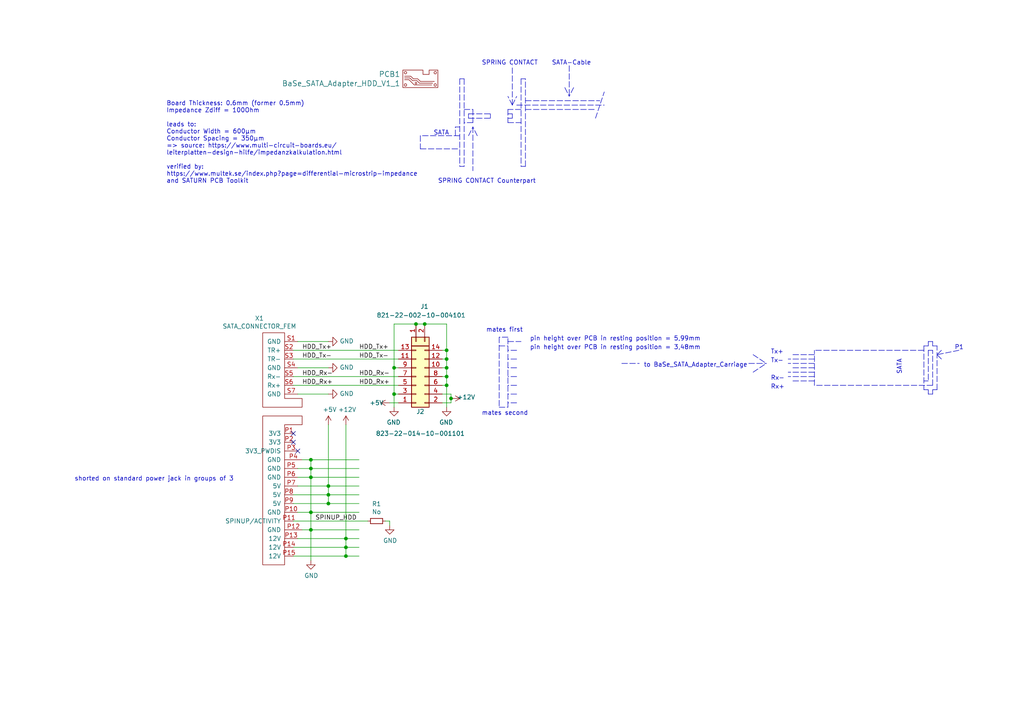
<source format=kicad_sch>
(kicad_sch (version 20211123) (generator eeschema)
  (paper "A4")
  (title_block (title "BaSe_SATA_Adapter_HDD_V1_1") (rev "rev1") (company "Gras7 Labs") (comment 1 "Adapts a standard SATA+Power Connector to the Spring Contacts Counterpart"))
  (lib_symbols
    (symbol "Connector_Generic:Conn_01x02" (pin_names (offset 1.016) hide)
      (property "Reference" "J" (at 0 2.54 0))
      (property "Value" "Conn_01x02" (at 0 -5.08 0))
      (symbol "Conn_01x02_1_1"
        (rectangle (start -1.27 -2.413) (end 0 -2.667) (stroke (width 0.1524)))
        (rectangle (start -1.27 0.127) (end 0 -0.127) (stroke (width 0.1524)))
        (rectangle (start -1.27 1.27) (end 1.27 -3.81) (stroke (width 0.254)) (fill (type background)))
        (pin passive line (at -5.08 0 0) (length 3.81) (name "Pin_1") (number "1"))
        (pin passive line (at -5.08 -2.54 0) (length 3.81) (name "Pin_2") (number "2"))
      )
    )
    (symbol "Connector_Generic:Conn_02x07_Odd_Even" (pin_names (offset 1.016) hide)
      (property "Reference" "J" (at 1.27 10.16 0))
      (property "Value" "Conn_02x07_Odd_Even" (at 1.27 -10.16 0))
      (symbol "Conn_02x07_Odd_Even_1_1"
        (rectangle (start -1.27 -7.493) (end 0 -7.747) (stroke (width 0.1524)))
        (rectangle (start -1.27 -4.953) (end 0 -5.207) (stroke (width 0.1524)))
        (rectangle (start -1.27 -2.413) (end 0 -2.667) (stroke (width 0.1524)))
        (rectangle (start -1.27 0.127) (end 0 -0.127) (stroke (width 0.1524)))
        (rectangle (start -1.27 2.667) (end 0 2.413) (stroke (width 0.1524)))
        (rectangle (start -1.27 5.207) (end 0 4.953) (stroke (width 0.1524)))
        (rectangle (start -1.27 7.747) (end 0 7.493) (stroke (width 0.1524)))
        (rectangle (start -1.27 8.89) (end 3.81 -8.89) (stroke (width 0.254)) (fill (type background)))
        (rectangle (start 3.81 -7.493) (end 2.54 -7.747) (stroke (width 0.1524)))
        (rectangle (start 3.81 -4.953) (end 2.54 -5.207) (stroke (width 0.1524)))
        (rectangle (start 3.81 -2.413) (end 2.54 -2.667) (stroke (width 0.1524)))
        (rectangle (start 3.81 0.127) (end 2.54 -0.127) (stroke (width 0.1524)))
        (rectangle (start 3.81 2.667) (end 2.54 2.413) (stroke (width 0.1524)))
        (rectangle (start 3.81 5.207) (end 2.54 4.953) (stroke (width 0.1524)))
        (rectangle (start 3.81 7.747) (end 2.54 7.493) (stroke (width 0.1524)))
        (pin passive line (at -5.08 7.62 0) (length 3.81) (name "Pin_1") (number "1"))
        (pin passive line (at 7.62 -2.54 180) (length 3.81) (name "Pin_10") (number "10"))
        (pin passive line (at -5.08 -5.08 0) (length 3.81) (name "Pin_11") (number "11"))
        (pin passive line (at 7.62 -5.08 180) (length 3.81) (name "Pin_12") (number "12"))
        (pin passive line (at -5.08 -7.62 0) (length 3.81) (name "Pin_13") (number "13"))
        (pin passive line (at 7.62 -7.62 180) (length 3.81) (name "Pin_14") (number "14"))
        (pin passive line (at 7.62 7.62 180) (length 3.81) (name "Pin_2") (number "2"))
        (pin passive line (at -5.08 5.08 0) (length 3.81) (name "Pin_3") (number "3"))
        (pin passive line (at 7.62 5.08 180) (length 3.81) (name "Pin_4") (number "4"))
        (pin passive line (at -5.08 2.54 0) (length 3.81) (name "Pin_5") (number "5"))
        (pin passive line (at 7.62 2.54 180) (length 3.81) (name "Pin_6") (number "6"))
        (pin passive line (at -5.08 0 0) (length 3.81) (name "Pin_7") (number "7"))
        (pin passive line (at 7.62 0 180) (length 3.81) (name "Pin_8") (number "8"))
        (pin passive line (at -5.08 -2.54 0) (length 3.81) (name "Pin_9") (number "9"))
      )
    )
    (symbol "Device:R_Small" (pin_numbers hide) (pin_names (offset 0.254) hide)
      (property "Reference" "R" (at 0.762 0.508 0))
      (property "Value" "R_Small" (at 0.762 -1.016 0))
      (symbol "R_Small_0_1"
        (rectangle (start -0.762 1.778) (end 0.762 -1.778) (stroke (width 0.2032)))
      )
      (symbol "R_Small_1_1"
        (pin passive line (at 0 2.54 270) (length 0.762) (name "~") (number "1"))
        (pin passive line (at 0 -2.54 90) (length 0.762) (name "~") (number "2"))
      )
    )
    (symbol "g7_custom:SATA_CONNECTOR_FEM" (pin_names (offset 1.016))
      (property "Reference" "X" (at -1.27 57.15 0))
      (property "Value" "SATA_CONNECTOR_FEM" (at -2.54 -12.7 0))
      (symbol "SATA_CONNECTOR_FEM_0_1"
        (polyline (pts (xy -5.08 29.21) (xy 0 29.21) (xy 0 -11.43) (xy 6.35 -11.43) (xy 6.35 31.75) (xy -5.08 31.75) (xy -5.08 29.21)))
        (polyline (pts (xy 0 54.61) (xy 0 36.83) (xy -5.08 36.83) (xy -5.08 34.29) (xy 6.35 34.29) (xy 6.35 55.88) (xy 0 55.88) (xy 0 54.61)))
      )
      (symbol "SATA_CONNECTOR_FEM_1_1"
        (pin power_in line (at -2.54 26.67 0) (length 2.54) (name "3V3") (number "P1"))
        (pin power_in line (at -3.81 3.81 0) (length 3.81) (name "GND") (number "P10"))
        (pin bidirectional line (at -2.54 1.27 0) (length 2.54) (name "SPINUP/ACTIVITY") (number "P11"))
        (pin power_in line (at -5.08 -1.27 0) (length 5.08) (name "GND") (number "P12"))
        (pin power_in line (at -3.81 -3.81 0) (length 3.81) (name "12V") (number "P13"))
        (pin power_in line (at -2.54 -6.35 0) (length 2.54) (name "12V") (number "P14"))
        (pin power_in line (at -2.54 -8.89 0) (length 2.54) (name "12V") (number "P15"))
        (pin power_in line (at -2.54 24.13 0) (length 2.54) (name "3V3") (number "P2"))
        (pin power_in line (at -3.81 21.59 0) (length 3.81) (name "3V3_PWDIS") (number "P3"))
        (pin power_in line (at -5.08 19.05 0) (length 5.08) (name "GND") (number "P4"))
        (pin power_in line (at -3.81 16.51 0) (length 3.81) (name "GND") (number "P5"))
        (pin power_in line (at -3.81 13.97 0) (length 3.81) (name "GND") (number "P6"))
        (pin power_in line (at -3.81 11.43 0) (length 3.81) (name "5V") (number "P7"))
        (pin power_in line (at -2.54 8.89 0) (length 2.54) (name "5V") (number "P8"))
        (pin power_in line (at -2.54 6.35 0) (length 2.54) (name "5V") (number "P9"))
        (pin power_in line (at -3.81 53.34 0) (length 3.81) (name "GND") (number "S1"))
        (pin output line (at -2.54 50.8 0) (length 2.54) (name "TR+") (number "S2"))
        (pin output line (at -2.54 48.26 0) (length 2.54) (name "TR-") (number "S3"))
        (pin power_in line (at -3.81 45.72 0) (length 3.81) (name "GND") (number "S4"))
        (pin output line (at -2.54 43.18 0) (length 2.54) (name "Rx-") (number "S5"))
        (pin output line (at -2.54 40.64 0) (length 2.54) (name "Rx+") (number "S6"))
        (pin power_in line (at -3.81 38.1 0) (length 3.81) (name "GND") (number "S7"))
      )
    )
    (symbol "g7_labels:PCB" (pin_names (offset 1.016))
      (property "Reference" "PCB" (at 0 3.81 0))
      (property "Value" "PCB" (at 0 -3.81 0))
      (symbol "PCB_0_1"
        (circle (center -4.318 1.778) (radius 0.3556))
        (polyline (pts (xy 4.572 -0.254) (xy 3.302 -0.254) (xy 1.778 -1.778) (xy -3.302 -1.778)))
        (polyline (pts (xy -3.556 -1.27) (xy 0.254 -1.27) (xy 1.016 -0.508) (xy 2.286 -0.508) (xy 3.048 0.254) (xy 4.572 0.254)))
        (polyline (pts (xy -4.064 -0.762) (xy -0.508 -0.762) (xy 0 -0.762) (xy 0.762 0) (xy 2.032 0) (xy 2.794 0.762) (xy 4.572 0.762)))
        (polyline (pts (xy -5.08 2.54) (xy -2.54 2.54) (xy -2.54 1.27) (xy -0.762 1.27) (xy -0.762 2.54) (xy 5.08 2.54) (xy 5.08 -2.54) (xy -5.08 -2.54) (xy -5.08 2.54)))
        (circle (center 1.27 -1.27) (radius 0.254))
        (circle (center 4.318 -1.778) (radius 0.3556))
      )
      (symbol "PCB_1_1"
        (circle (center -4.318 -1.778) (radius 0.3556))
        (circle (center 4.318 1.778) (radius 0.3556))
      )
    )
    (symbol "power:+12V" (power) (pin_names (offset 0))
      (property "Value" "+12V" (at 0 3.556 0))
      (symbol "+12V_0_1"
        (polyline (pts (xy -0.762 1.27) (xy 0 2.54)))
        (polyline (pts (xy 0 0) (xy 0 2.54)))
        (polyline (pts (xy 0 2.54) (xy 0.762 1.27)))
      )
      (symbol "+12V_1_1"
        (pin power_in line (at 0 0 90) (length 0) hide (name "+12V") (number "1"))
      )
    )
    (symbol "power:+5V" (power) (pin_names (offset 0))
      (property "Value" "+5V" (at 0 3.556 0))
      (symbol "+5V_0_1"
        (polyline (pts (xy -0.762 1.27) (xy 0 2.54)))
        (polyline (pts (xy 0 0) (xy 0 2.54)))
        (polyline (pts (xy 0 2.54) (xy 0.762 1.27)))
      )
      (symbol "+5V_1_1"
        (pin power_in line (at 0 0 90) (length 0) hide (name "+5V") (number "1"))
      )
    )
    (symbol "power:GND" (power) (pin_names (offset 0))
      (property "Value" "GND" (at 0 -3.81 0))
      (symbol "GND_0_1"
        (polyline (pts (xy 0 0) (xy 0 -1.27) (xy 1.27 -1.27) (xy 0 -2.54) (xy -1.27 -1.27) (xy 0 -1.27)))
      )
      (symbol "GND_1_1"
        (pin power_in line (at 0 0 270) (length 0) hide (name "GND") (number "1"))
      )
    )
  )
  (junction (at 130.81 115.57))
  (junction (at 90.17 135.89))
  (junction (at 90.17 138.43))
  (junction (at 129.54 109.22))
  (junction (at 90.17 153.67))
  (junction (at 129.54 101.6))
  (junction (at 95.25 146.05))
  (junction (at 100.33 161.29))
  (junction (at 129.54 106.68))
  (junction (at 129.54 104.14))
  (junction (at 123.19 93.98))
  (junction (at 100.33 156.21))
  (junction (at 120.65 93.98))
  (junction (at 114.3 106.68))
  (junction (at 90.17 148.59))
  (junction (at 114.3 114.3))
  (junction (at 90.17 133.35))
  (junction (at 95.25 143.51))
  (junction (at 100.33 158.75))
  (junction (at 95.25 140.97))
  (junction (at 129.54 111.76))
  (no_connect (at 86.36 130.81))
  (no_connect (at 85.09 125.73))
  (no_connect (at 85.09 128.27))
  (wire (pts (xy 114.3 114.3) (xy 114.3 106.68)))
  (polyline (pts (xy 151.13 22.86) (xy 151.13 48.26)))
  (polyline (pts (xy 270.51 99.06) (xy 269.24 99.06)))
  (polyline (pts (xy 236.22 102.87) (xy 229.87 102.87)))
  (polyline (pts (xy 149.86 101.6) (xy 147.32 101.6)))
  (wire (pts (xy 104.14 153.67) (xy 90.17 153.67)))
  (polyline (pts (xy 135.89 39.37) (xy 137.16 36.83)))
  (polyline (pts (xy 132.08 39.37) (xy 132.08 36.83)))
  (polyline (pts (xy 269.24 100.33) (xy 267.97 100.33)))
  (polyline (pts (xy 134.62 22.86) (xy 133.35 22.86)))
  (wire (pts (xy 90.17 138.43) (xy 90.17 148.59)))
  (polyline (pts (xy 269.24 114.3) (xy 270.51 114.3)))
  (wire (pts (xy 86.36 138.43) (xy 90.17 138.43)))
  (wire (pts (xy 113.03 151.13) (xy 113.03 152.4)))
  (polyline (pts (xy 132.08 36.83) (xy 133.35 36.83)))
  (polyline (pts (xy 135.89 34.29) (xy 135.89 33.02)))
  (wire (pts (xy 130.81 115.57) (xy 130.81 116.84)))
  (wire (pts (xy 128.27 104.14) (xy 129.54 104.14)))
  (wire (pts (xy 100.33 158.75) (xy 100.33 161.29)))
  (polyline (pts (xy 149.86 114.3) (xy 147.32 114.3)))
  (polyline (pts (xy 172.72 34.29) (xy 175.26 26.67)))
  (polyline (pts (xy 269.24 99.06) (xy 269.24 100.33)))
  (wire (pts (xy 115.57 114.3) (xy 114.3 114.3)))
  (wire (pts (xy 128.27 109.22) (xy 129.54 109.22)))
  (polyline (pts (xy 152.4 31.75) (xy 172.72 31.75)))
  (polyline (pts (xy 152.4 48.26) (xy 152.4 22.86)))
  (wire (pts (xy 86.36 106.68) (xy 95.25 106.68)))
  (wire (pts (xy 128.27 106.68) (xy 129.54 106.68)))
  (wire (pts (xy 100.33 156.21) (xy 100.33 158.75)))
  (wire (pts (xy 104.14 156.21) (xy 100.33 156.21)))
  (polyline (pts (xy 149.86 106.68) (xy 147.32 106.68)))
  (polyline (pts (xy 148.59 33.02) (xy 148.59 34.29)))
  (polyline (pts (xy 267.97 113.03) (xy 269.24 113.03)))
  (wire (pts (xy 114.3 93.98) (xy 114.3 106.68)))
  (wire (pts (xy 129.54 104.14) (xy 129.54 101.6)))
  (wire (pts (xy 85.09 158.75) (xy 100.33 158.75)))
  (polyline (pts (xy 137.16 36.83) (xy 137.16 49.53)))
  (wire (pts (xy 90.17 135.89) (xy 104.14 135.89)))
  (wire (pts (xy 129.54 109.22) (xy 129.54 106.68)))
  (wire (pts (xy 95.25 146.05) (xy 85.09 146.05)))
  (polyline (pts (xy 144.78 100.33) (xy 147.32 100.33)))
  (wire (pts (xy 100.33 123.19) (xy 100.33 156.21)))
  (polyline (pts (xy 133.35 22.86) (xy 133.35 48.26)))
  (polyline (pts (xy 151.13 31.75) (xy 147.32 31.75)))
  (polyline (pts (xy 236.22 110.49) (xy 229.87 110.49)))
  (wire (pts (xy 100.33 156.21) (xy 86.36 156.21)))
  (wire (pts (xy 113.03 116.84) (xy 115.57 116.84)))
  (polyline (pts (xy 147.32 33.02) (xy 148.59 33.02)))
  (polyline (pts (xy 273.05 101.6) (xy 271.78 102.87)))
  (polyline (pts (xy 147.32 118.11) (xy 147.32 97.79)))
  (wire (pts (xy 104.14 143.51) (xy 95.25 143.51)))
  (polyline (pts (xy 270.51 111.76) (xy 270.51 101.6)))
  (polyline (pts (xy 149.86 116.84) (xy 147.32 116.84)))
  (wire (pts (xy 128.27 111.76) (xy 129.54 111.76)))
  (wire (pts (xy 129.54 93.98) (xy 123.19 93.98)))
  (wire (pts (xy 95.25 99.06) (xy 86.36 99.06)))
  (polyline (pts (xy 148.59 30.48) (xy 148.59 19.05)))
  (polyline (pts (xy 144.78 118.11) (xy 147.32 118.11)))
  (polyline (pts (xy 135.89 33.02) (xy 142.24 33.02)))
  (wire (pts (xy 90.17 135.89) (xy 90.17 138.43)))
  (polyline (pts (xy 267.97 100.33) (xy 267.97 113.03)))
  (wire (pts (xy 95.25 143.51) (xy 95.25 140.97)))
  (wire (pts (xy 129.54 101.6) (xy 128.27 101.6)))
  (polyline (pts (xy 148.59 30.48) (xy 149.86 27.94)))
  (polyline (pts (xy 236.22 106.68) (xy 229.87 106.68)))
  (wire (pts (xy 128.27 114.3) (xy 130.81 114.3)))
  (polyline (pts (xy 121.92 43.18) (xy 133.35 43.18)))
  (polyline (pts (xy 236.22 104.14) (xy 228.6 104.14)))
  (polyline (pts (xy 134.62 22.86) (xy 134.62 48.26)))
  (wire (pts (xy 85.09 111.76) (xy 115.57 111.76)))
  (wire (pts (xy 95.25 140.97) (xy 95.25 123.19)))
  (wire (pts (xy 100.33 161.29) (xy 104.14 161.29)))
  (polyline (pts (xy 236.22 109.22) (xy 228.6 109.22)))
  (wire (pts (xy 111.76 151.13) (xy 113.03 151.13)))
  (wire (pts (xy 86.36 114.3) (xy 95.25 114.3)))
  (polyline (pts (xy 218.44 102.87) (xy 222.25 105.41)))
  (wire (pts (xy 85.09 104.14) (xy 115.57 104.14)))
  (wire (pts (xy 120.65 93.98) (xy 123.19 93.98)))
  (polyline (pts (xy 121.92 39.37) (xy 121.92 43.18)))
  (wire (pts (xy 86.36 135.89) (xy 90.17 135.89)))
  (wire (pts (xy 90.17 133.35) (xy 90.17 135.89)))
  (polyline (pts (xy 270.51 113.03) (xy 271.78 113.03)))
  (polyline (pts (xy 218.44 107.95) (xy 222.25 105.41)))
  (polyline (pts (xy 149.86 104.14) (xy 147.32 104.14)))
  (wire (pts (xy 85.09 109.22) (xy 115.57 109.22)))
  (polyline (pts (xy 166.37 25.4) (xy 165.1 27.94)))
  (wire (pts (xy 129.54 111.76) (xy 129.54 109.22)))
  (polyline (pts (xy 270.51 100.33) (xy 270.51 99.06)))
  (polyline (pts (xy 270.51 111.76) (xy 236.22 111.76)))
  (polyline (pts (xy 137.16 35.56) (xy 134.62 35.56)))
  (polyline (pts (xy 152.4 22.86) (xy 151.13 22.86)))
  (wire (pts (xy 90.17 153.67) (xy 90.17 162.56)))
  (polyline (pts (xy 144.78 97.79) (xy 144.78 118.11)))
  (polyline (pts (xy 147.32 35.56) (xy 151.13 35.56)))
  (polyline (pts (xy 217.17 105.41) (xy 222.25 105.41)))
  (wire (pts (xy 90.17 153.67) (xy 87.63 153.67)))
  (polyline (pts (xy 236.22 111.76) (xy 236.22 101.6)))
  (wire (pts (xy 90.17 138.43) (xy 104.14 138.43)))
  (polyline (pts (xy 147.32 99.06) (xy 151.13 99.06)))
  (polyline (pts (xy 269.24 101.6) (xy 269.24 110.49)))
  (polyline (pts (xy 151.13 48.26) (xy 152.4 48.26)))
  (polyline (pts (xy 269.24 113.03) (xy 269.24 114.3)))
  (wire (pts (xy 90.17 148.59) (xy 104.14 148.59)))
  (wire (pts (xy 129.54 93.98) (xy 129.54 101.6)))
  (polyline (pts (xy 147.32 31.75) (xy 147.32 35.56)))
  (wire (pts (xy 130.81 116.84) (xy 128.27 116.84)))
  (wire (pts (xy 95.25 146.05) (xy 95.25 143.51)))
  (wire (pts (xy 87.63 133.35) (xy 90.17 133.35)))
  (wire (pts (xy 85.09 151.13) (xy 106.68 151.13)))
  (polyline (pts (xy 267.97 101.6) (xy 236.22 101.6)))
  (wire (pts (xy 129.54 111.76) (xy 129.54 118.11)))
  (polyline (pts (xy 148.59 34.29) (xy 147.32 34.29)))
  (polyline (pts (xy 163.83 25.4) (xy 165.1 27.94)))
  (polyline (pts (xy 271.78 100.33) (xy 270.51 100.33)))
  (polyline (pts (xy 137.16 31.75) (xy 137.16 35.56)))
  (polyline (pts (xy 149.86 30.48) (xy 175.26 30.48)))
  (polyline (pts (xy 273.05 104.14) (xy 271.78 102.87)))
  (polyline (pts (xy 135.89 34.29) (xy 142.24 34.29)))
  (polyline (pts (xy 180.34 105.41) (xy 185.42 105.41)))
  (polyline (pts (xy 142.24 33.02) (xy 142.24 34.29)))
  (polyline (pts (xy 152.4 29.21) (xy 173.99 29.21)))
  (polyline (pts (xy 270.51 101.6) (xy 269.24 101.6)))
  (polyline (pts (xy 147.32 97.79) (xy 144.78 97.79)))
  (wire (pts (xy 85.09 101.6) (xy 115.57 101.6)))
  (wire (pts (xy 129.54 106.68) (xy 129.54 104.14)))
  (wire (pts (xy 90.17 148.59) (xy 90.17 153.67)))
  (polyline (pts (xy 134.62 31.75) (xy 137.16 31.75)))
  (polyline (pts (xy 149.86 109.22) (xy 147.32 109.22)))
  (polyline (pts (xy 269.24 110.49) (xy 267.97 110.49)))
  (polyline (pts (xy 236.22 105.41) (xy 228.6 105.41)))
  (polyline (pts (xy 165.1 19.05) (xy 165.1 27.94)))
  (polyline (pts (xy 138.43 39.37) (xy 137.16 36.83)))
  (wire (pts (xy 114.3 118.11) (xy 114.3 114.3)))
  (wire (pts (xy 104.14 158.75) (xy 100.33 158.75)))
  (wire (pts (xy 104.14 146.05) (xy 95.25 146.05)))
  (wire (pts (xy 86.36 148.59) (xy 90.17 148.59)))
  (polyline (pts (xy 236.22 107.95) (xy 228.6 107.95)))
  (polyline (pts (xy 271.78 113.03) (xy 271.78 100.33)))
  (wire (pts (xy 95.25 140.97) (xy 104.14 140.97)))
  (wire (pts (xy 130.81 114.3) (xy 130.81 115.57)))
  (polyline (pts (xy 148.59 30.48) (xy 147.32 27.94)))
  (wire (pts (xy 86.36 140.97) (xy 95.25 140.97)))
  (wire (pts (xy 85.09 161.29) (xy 100.33 161.29)))
  (polyline (pts (xy 278.13 101.6) (xy 271.78 102.87)))
  (wire (pts (xy 115.57 106.68) (xy 114.3 106.68)))
  (polyline (pts (xy 149.86 111.76) (xy 147.32 111.76)))
  (wire (pts (xy 95.25 143.51) (xy 85.09 143.51)))
  (wire (pts (xy 90.17 133.35) (xy 104.14 133.35)))
  (wire (pts (xy 114.3 93.98) (xy 120.65 93.98)))
  (polyline (pts (xy 133.35 48.26) (xy 134.62 48.26)))
  (polyline (pts (xy 133.35 39.37) (xy 121.92 39.37)))
  (polyline (pts (xy 270.51 114.3) (xy 270.51 113.03)))
  (text "Tx-" (at 223.52 105.41 0) (effects (font (size 1.27 1.27)) (justify left bottom)))
  (text "mates second" (at 139.7 120.65 0) (effects (font (size 1.27 1.27)) (justify left bottom)))
  (text "SATA" (at 125.73 39.37 0) (effects (font (size 1.27 1.27)) (justify left bottom)))
  (text "pin height over PCB in resting position = 3,48mm" (at 153.67 101.6 0) (effects (font (size 1.27 1.27)) (justify left bottom)))
  (text "Tx+" (at 223.52 102.87 0) (effects (font (size 1.27 1.27)) (justify left bottom)))
  (text "to BaSe_SATA_Adapter_Carriage" (at 186.69 106.68 0) (effects (font (size 1.27 1.27)) (justify left bottom)))
  (text "SPRING CONTACT" (at 139.7 19.05 0) (effects (font (size 1.27 1.27)) (justify left bottom)))
  (text "SATA-Cable" (at 160.02 19.05 0) (effects (font (size 1.27 1.27)) (justify left bottom)))
  (text "mates first" (at 140.97 96.52 0) (effects (font (size 1.27 1.27)) (justify left bottom)))
  (text "SATA" (at 261.62 104.14 270) (effects (font (size 1.27 1.27)) (justify right bottom)))
  (text "Rx-" (at 223.52 110.49 0) (effects (font (size 1.27 1.27)) (justify left bottom)))
  (text "pin height over PCB in resting position = 5,99mm" (at 153.67 99.06 0) (effects (font (size 1.27 1.27)) (justify left bottom)))
  (text "P1" (at 276.86 101.6 0) (effects (font (size 1.27 1.27)) (justify left bottom)))
  (text "Rx+" (at 223.52 113.03 0) (effects (font (size 1.27 1.27)) (justify left bottom)))
  (text "shorted on standard power jack in groups of 3" (at 21.59 139.7 0) (effects (font (size 1.27 1.27)) (justify left bottom)))
  (text "Board Thickness: 0.6mm (former 0.5mm)\nImpedance Zdiff = 100Ohm\n\nleads to:\nConductor Width = 600µm\nConductor Spacing = 350µm\n=> source: https://www.multi-circuit-boards.eu/\nleiterplatten-design-hilfe/impedanzkalkulation.html\n\nverified by:\nhttps://www.multek.se/index.php?page=differential-microstrip-impedance\nand SATURN PCB Toolkit" (at 48.26 53.34 0) (effects (font (size 1.27 1.27)) (justify left bottom)))
  (text "SPRING CONTACT Counterpart" (at 127 53.34 0) (effects (font (size 1.27 1.27)) (justify left bottom)))
  (label "HDD_Rx-" (at 104.14 109.22 0))
  (label "HDD_Rx+" (at 87.63 111.76 0))
  (label "HDD_Rx+" (at 104.14 111.76 0))
  (label "HDD_Tx+" (at 104.14 101.6 0))
  (label "HDD_Rx-" (at 87.63 109.22 0))
  (label "HDD_Tx+" (at 87.63 101.6 0))
  (label "HDD_Tx-" (at 104.14 104.14 0))
  (label "HDD_Tx-" (at 87.63 104.14 0))
  (label "SPINUP_HDD" (at 91.44 151.13 0))
  (symbol (lib_id "g7_custom:SATA_CONNECTOR_FEM") (at 82.55 152.4 0) (mirror y) (unit 1)
    (property "Reference" "X1" (at 75.2348 92.329 0))
    (property "Value" "SATA_CONNECTOR_FEM" (at 75.2348 94.6404 0))
    (property "Footprint" "G7_Custom:Conn_SATA_FEM_3M_5622-2222" (effects hide))
    (property "Datasheet" "http://multimedia.3m.com/mws/media/412913O/3mtm-serial-adv-tech-attachment-sata-connector-ts2201.pdf" (effects hide))
    (property "MFR" "3M" (effects hide))
    (property "MPN" "5622-2222-ML" (effects hide))
    (property "SPR" "Digikey" (effects hide))
    (property "SPN" "3M5557-ND" (effects hide))
  )
  (symbol (lib_id "power:GND") (at 95.25 114.3 90) (unit 1)
    (property "Reference" "#PWR0105" (effects hide))
    (property "Value" "GND" (at 98.5012 114.173 90) (effects (justify right)))
  )
  (symbol (lib_id "power:GND") (at 95.25 106.68 90) (unit 1)
    (property "Reference" "#PWR0106" (effects hide))
    (property "Value" "GND" (at 98.5012 106.553 90) (effects (justify right)))
  )
  (symbol (lib_id "power:GND") (at 95.25 99.06 90) (unit 1)
    (property "Reference" "#PWR0107" (effects hide))
    (property "Value" "GND" (at 98.5012 98.933 90) (effects (justify right)))
  )
  (symbol (lib_id "Device:R_Small") (at 109.22 151.13 270) (unit 1)
    (property "Reference" "R1" (at 109.22 146.1516 90))
    (property "Value" "No" (at 109.22 148.463 90))
    (property "Footprint" "Resistor_SMD:R_0603_1608Metric_Pad1.05x0.95mm_HandSolder" (effects hide))
  )
  (symbol (lib_id "power:GND") (at 113.03 152.4 0) (unit 1)
    (property "Reference" "#PWR0121" (effects hide))
    (property "Value" "GND" (at 113.157 156.7942 0))
  )
  (symbol (lib_id "power:GND") (at 114.3 118.11 0) (mirror y) (unit 1)
    (property "Reference" "#PWR0108" (effects hide))
    (property "Value" "GND" (at 114.173 122.5042 0))
  )
  (symbol (lib_id "power:GND") (at 129.54 118.11 0) (mirror y) (unit 1)
    (property "Reference" "#PWR0109" (effects hide))
    (property "Value" "GND" (at 129.413 122.5042 0))
  )
  (symbol (lib_id "power:+12V") (at 130.81 115.57 270) (mirror x) (unit 1)
    (property "Reference" "#PWR0110" (effects hide))
    (property "Value" "+12V" (at 135.2042 115.189 90))
  )
  (symbol (lib_id "power:+5V") (at 113.03 116.84 90) (mirror x) (unit 1)
    (property "Reference" "#PWR0112" (effects hide))
    (property "Value" "+5V" (at 109.22 116.84 90))
  )
  (symbol (lib_id "Connector_Generic:Conn_02x07_Odd_Even") (at 120.65 109.22 0) (mirror x) (unit 1)
    (property "Reference" "J2" (at 121.92 119.38 0))
    (property "Value" "823-22-014-10-001101" (at 121.92 125.73 0))
    (property "Footprint" "G7_Custom:Conn_Spring_MaxMill_823-22-014-10-001101" (effects hide))
    (property "MFR" "Max Mill" (effects hide))
    (property "MFN" "823-22-014-10-001101" (effects hide))
    (property "SPR" "Digikey" (effects hide))
    (property "SPN" " ED8176-14-ND" (effects hide))
  )
  (symbol (lib_id "Connector_Generic:Conn_01x02") (at 120.65 99.06 90) (mirror x) (unit 1)
    (property "Reference" "J1" (at 121.92 88.9 90) (effects (justify right)))
    (property "Value" "821-22-002-10-004101" (at 109.22 91.44 90) (effects (justify right)))
    (property "Footprint" "G7_Custom:Conn_Spring_MaxMill_821-22-002-10-002101" (effects hide))
    (property "MFR" "Mill-Max Manufacturing Corp." (effects hide))
    (property "MFN" "821-22-002-10-004101" (effects hide))
    (property "SPR" "Digikey" (effects hide))
    (property "SPN" " ED8201-02-ND" (effects hide))
  )
  (symbol (lib_id "g7_labels:PCB") (at 121.92 22.86 0) (mirror y) (unit 1)
    (property "Reference" "PCB1" (at 116.1288 21.5138 0) (effects (font (size 1.524 1.524)) (justify left)))
    (property "Value" "BaSe_SATA_Adapter_HDD_V1_1" (at 116.1288 24.2062 0) (effects (font (size 1.524 1.524)) (justify left)))
    (property "Footprint" "G7_Labels:BaSe_SATA_Adapter_HDD_V1_1" (effects hide))
  )
  (symbol (lib_id "power:GND") (at 90.17 162.56 0) (unit 1)
    (property "Reference" "#PWR0102" (effects hide))
    (property "Value" "GND" (at 90.297 166.9542 0))
  )
  (symbol (lib_id "power:+5V") (at 95.25 123.19 0) (unit 1)
    (property "Reference" "#PWR0103" (effects hide))
    (property "Value" "+5V" (at 95.631 118.7958 0))
  )
  (symbol (lib_id "power:+12V") (at 100.33 123.19 0) (unit 1)
    (property "Reference" "#PWR0104" (effects hide))
    (property "Value" "+12V" (at 100.711 118.7958 0))
  )
)
</source>
